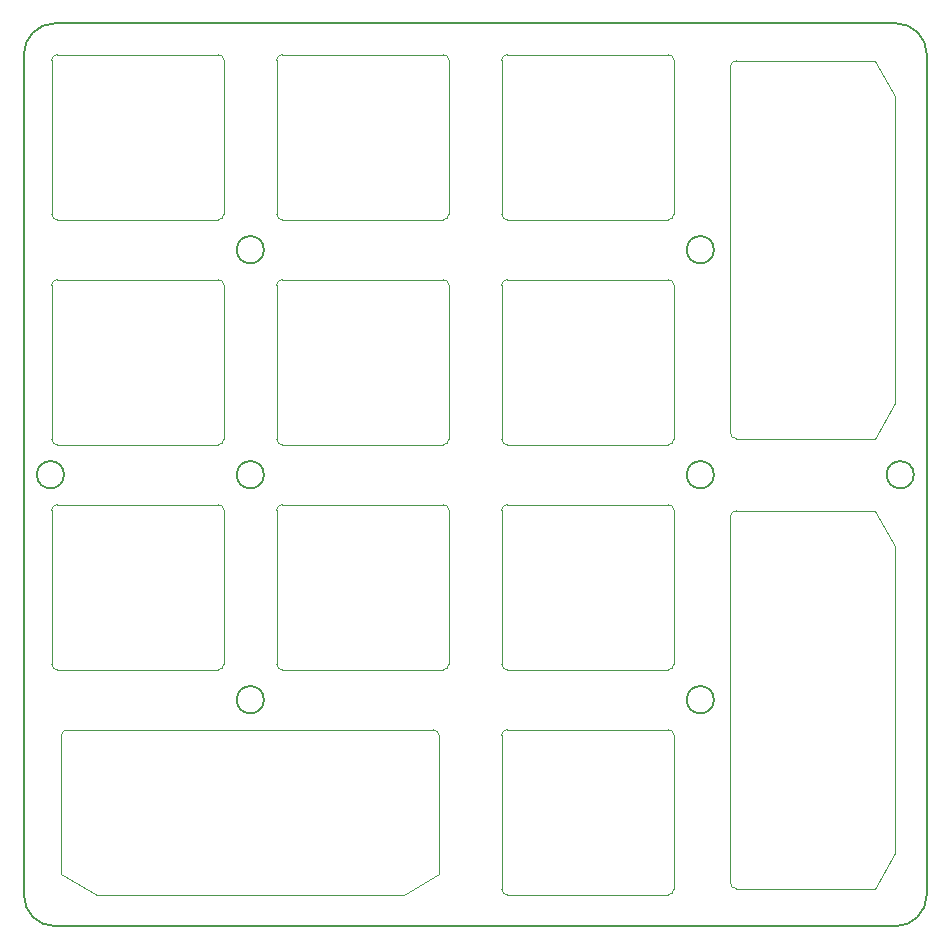
<source format=gbr>
%TF.GenerationSoftware,KiCad,Pcbnew,8.0.8*%
%TF.CreationDate,2025-03-01T19:07:55+01:00*%
%TF.ProjectId,plate,706c6174-652e-46b6-9963-61645f706362,rev?*%
%TF.SameCoordinates,Original*%
%TF.FileFunction,Profile,NP*%
%FSLAX46Y46*%
G04 Gerber Fmt 4.6, Leading zero omitted, Abs format (unit mm)*
G04 Created by KiCad (PCBNEW 8.0.8) date 2025-03-01 19:07:55*
%MOMM*%
%LPD*%
G01*
G04 APERTURE LIST*
%TA.AperFunction,Profile*%
%ADD10C,0.200000*%
%TD*%
%TA.AperFunction,Profile*%
%ADD11C,0.120000*%
%TD*%
G04 APERTURE END LIST*
D10*
X123387500Y-77787500D02*
G75*
G02*
X121087500Y-77787500I-1150000J0D01*
G01*
X121087500Y-77787500D02*
G75*
G02*
X123387500Y-77787500I1150000J0D01*
G01*
X106462500Y-96837500D02*
G75*
G02*
X104162500Y-96837500I-1150000J0D01*
G01*
X104162500Y-96837500D02*
G75*
G02*
X106462500Y-96837500I1150000J0D01*
G01*
X123387500Y-115887500D02*
G75*
G02*
X121087500Y-115887500I-1150000J0D01*
G01*
X121087500Y-115887500D02*
G75*
G02*
X123387500Y-115887500I1150000J0D01*
G01*
X103062500Y-61262500D02*
X103062500Y-132412500D01*
X176862500Y-58612500D02*
X105712500Y-58612500D01*
X176862500Y-58612500D02*
G75*
G02*
X179512500Y-61262500I0J-2650000D01*
G01*
X103062500Y-61262500D02*
G75*
G02*
X105712500Y-58612500I2650000J0D01*
G01*
X179512500Y-132412500D02*
X179512500Y-61262500D01*
X105712500Y-135062500D02*
X176862500Y-135062500D01*
X178412500Y-96837500D02*
G75*
G02*
X176112500Y-96837500I-1150000J0D01*
G01*
X176112500Y-96837500D02*
G75*
G02*
X178412500Y-96837500I1150000J0D01*
G01*
X123387500Y-96837500D02*
G75*
G02*
X121087500Y-96837500I-1150000J0D01*
G01*
X121087500Y-96837500D02*
G75*
G02*
X123387500Y-96837500I1150000J0D01*
G01*
X179512500Y-132412500D02*
G75*
G02*
X176862500Y-135062500I-2650000J0D01*
G01*
X161487500Y-115887500D02*
G75*
G02*
X159187500Y-115887500I-1150000J0D01*
G01*
X159187500Y-115887500D02*
G75*
G02*
X161487500Y-115887500I1150000J0D01*
G01*
X105712500Y-135062500D02*
G75*
G02*
X103062500Y-132412500I0J2650000D01*
G01*
X161487500Y-96837500D02*
G75*
G02*
X159187500Y-96837500I-1150000J0D01*
G01*
X159187500Y-96837500D02*
G75*
G02*
X161487500Y-96837500I1150000J0D01*
G01*
X161487500Y-77787500D02*
G75*
G02*
X159187500Y-77787500I-1150000J0D01*
G01*
X159187500Y-77787500D02*
G75*
G02*
X161487500Y-77787500I1150000J0D01*
G01*
D11*
%TO.C,REF\u002A\u002A*%
X124462500Y-80812500D02*
X124462500Y-93812500D01*
X124962500Y-94312500D02*
X138562500Y-94312500D01*
X138562500Y-80312500D02*
X124962500Y-80312500D01*
X139062500Y-93812500D02*
X139062500Y-80812500D01*
X124462500Y-80812500D02*
G75*
G02*
X124962500Y-80312500I500001J-1D01*
G01*
X124962500Y-94312500D02*
G75*
G02*
X124462500Y-93812500I1J500001D01*
G01*
X138562500Y-80312500D02*
G75*
G02*
X139062500Y-80812500I0J-500000D01*
G01*
X139062500Y-93812500D02*
G75*
G02*
X138562500Y-94312500I-500000J0D01*
G01*
X143512500Y-80812500D02*
X143512500Y-93812500D01*
X144012500Y-94312500D02*
X157612500Y-94312500D01*
X157612500Y-80312500D02*
X144012500Y-80312500D01*
X158112500Y-93812500D02*
X158112500Y-80812500D01*
X143512500Y-80812500D02*
G75*
G02*
X144012500Y-80312500I500001J-1D01*
G01*
X144012500Y-94312500D02*
G75*
G02*
X143512500Y-93812500I1J500001D01*
G01*
X157612500Y-80312500D02*
G75*
G02*
X158112500Y-80812500I0J-500000D01*
G01*
X158112500Y-93812500D02*
G75*
G02*
X157612500Y-94312500I-500000J0D01*
G01*
X124462500Y-99862500D02*
X124462500Y-112862500D01*
X124962500Y-113362500D02*
X138562500Y-113362500D01*
X138562500Y-99362500D02*
X124962500Y-99362500D01*
X139062500Y-112862500D02*
X139062500Y-99862500D01*
X124462500Y-99862500D02*
G75*
G02*
X124962500Y-99362500I500001J-1D01*
G01*
X124962500Y-113362500D02*
G75*
G02*
X124462500Y-112862500I1J500001D01*
G01*
X138562500Y-99362500D02*
G75*
G02*
X139062500Y-99862500I0J-500000D01*
G01*
X139062500Y-112862500D02*
G75*
G02*
X138562500Y-113362500I-500000J0D01*
G01*
X105412500Y-80812500D02*
X105412500Y-93812500D01*
X105912500Y-94312500D02*
X119512500Y-94312500D01*
X119512500Y-80312500D02*
X105912500Y-80312500D01*
X120012500Y-93812500D02*
X120012500Y-80812500D01*
X105412500Y-80812500D02*
G75*
G02*
X105912500Y-80312500I500001J-1D01*
G01*
X105912500Y-94312500D02*
G75*
G02*
X105412500Y-93812500I1J500001D01*
G01*
X119512500Y-80312500D02*
G75*
G02*
X120012500Y-80812500I0J-500000D01*
G01*
X120012500Y-93812500D02*
G75*
G02*
X119512500Y-94312500I-500000J0D01*
G01*
X105412500Y-99862500D02*
X105412500Y-112862500D01*
X105912500Y-113362500D02*
X119512500Y-113362500D01*
X119512500Y-99362500D02*
X105912500Y-99362500D01*
X120012500Y-112862500D02*
X120012500Y-99862500D01*
X105412500Y-99862500D02*
G75*
G02*
X105912500Y-99362500I500001J-1D01*
G01*
X105912500Y-113362500D02*
G75*
G02*
X105412500Y-112862500I1J500001D01*
G01*
X119512500Y-99362500D02*
G75*
G02*
X120012500Y-99862500I0J-500000D01*
G01*
X120012500Y-112862500D02*
G75*
G02*
X119512500Y-113362500I-500000J0D01*
G01*
X162887500Y-93287500D02*
X162887500Y-62287500D01*
X163387500Y-61787500D02*
X175105500Y-61787500D01*
X163387500Y-93787500D02*
X175105500Y-93787500D01*
X175105500Y-61787500D02*
X176837500Y-64787500D01*
X175105500Y-93787500D02*
X176837500Y-90787500D01*
X176837500Y-64787500D02*
X176837500Y-90787500D01*
X162887500Y-62287500D02*
G75*
G02*
X163387500Y-61787500I500000J0D01*
G01*
X163387500Y-93787500D02*
G75*
G02*
X162887500Y-93287500I1J500001D01*
G01*
X143512500Y-61762500D02*
X143512500Y-74762500D01*
X144012500Y-75262500D02*
X157612500Y-75262500D01*
X157612500Y-61262500D02*
X144012500Y-61262500D01*
X158112500Y-74762500D02*
X158112500Y-61762500D01*
X143512500Y-61762500D02*
G75*
G02*
X144012500Y-61262500I500001J-1D01*
G01*
X144012500Y-75262500D02*
G75*
G02*
X143512500Y-74762500I1J500001D01*
G01*
X157612500Y-61262500D02*
G75*
G02*
X158112500Y-61762500I0J-500000D01*
G01*
X158112500Y-74762500D02*
G75*
G02*
X157612500Y-75262500I-500000J0D01*
G01*
X143512500Y-99862500D02*
X143512500Y-112862500D01*
X144012500Y-113362500D02*
X157612500Y-113362500D01*
X157612500Y-99362500D02*
X144012500Y-99362500D01*
X158112500Y-112862500D02*
X158112500Y-99862500D01*
X143512500Y-99862500D02*
G75*
G02*
X144012500Y-99362500I500001J-1D01*
G01*
X144012500Y-113362500D02*
G75*
G02*
X143512500Y-112862500I1J500001D01*
G01*
X157612500Y-99362500D02*
G75*
G02*
X158112500Y-99862500I0J-500000D01*
G01*
X158112500Y-112862500D02*
G75*
G02*
X157612500Y-113362500I-500000J0D01*
G01*
X143512500Y-118912500D02*
X143512500Y-131912500D01*
X144012500Y-132412500D02*
X157612500Y-132412500D01*
X157612500Y-118412500D02*
X144012500Y-118412500D01*
X158112500Y-131912500D02*
X158112500Y-118912500D01*
X143512500Y-118912500D02*
G75*
G02*
X144012500Y-118412500I500001J-1D01*
G01*
X144012500Y-132412500D02*
G75*
G02*
X143512500Y-131912500I1J500001D01*
G01*
X157612500Y-118412500D02*
G75*
G02*
X158112500Y-118912500I0J-500000D01*
G01*
X158112500Y-131912500D02*
G75*
G02*
X157612500Y-132412500I-500000J0D01*
G01*
X162887500Y-131387500D02*
X162887500Y-100387500D01*
X163387500Y-99887500D02*
X175105500Y-99887500D01*
X163387500Y-131887500D02*
X175105500Y-131887500D01*
X175105500Y-99887500D02*
X176837500Y-102887500D01*
X175105500Y-131887500D02*
X176837500Y-128887500D01*
X176837500Y-102887500D02*
X176837500Y-128887500D01*
X162887500Y-100387500D02*
G75*
G02*
X163387500Y-99887500I500000J0D01*
G01*
X163387500Y-131887500D02*
G75*
G02*
X162887500Y-131387500I1J500001D01*
G01*
X106237500Y-118937500D02*
X106237500Y-130655500D01*
X106237500Y-130655500D02*
X109237500Y-132387500D01*
X106737500Y-118437500D02*
X137737500Y-118437500D01*
X135237500Y-132387500D02*
X109237500Y-132387500D01*
X138237500Y-118937500D02*
X138237500Y-130655500D01*
X138237500Y-130655500D02*
X135237500Y-132387500D01*
X106237500Y-118937500D02*
G75*
G02*
X106737500Y-118437500I500001J-1D01*
G01*
X137737500Y-118437500D02*
G75*
G02*
X138237500Y-118937500I0J-500000D01*
G01*
X105412500Y-61762500D02*
X105412500Y-74762500D01*
X105912500Y-75262500D02*
X119512500Y-75262500D01*
X119512500Y-61262500D02*
X105912500Y-61262500D01*
X120012500Y-74762500D02*
X120012500Y-61762500D01*
X105412500Y-61762500D02*
G75*
G02*
X105912500Y-61262500I500001J-1D01*
G01*
X105912500Y-75262500D02*
G75*
G02*
X105412500Y-74762500I1J500001D01*
G01*
X119512500Y-61262500D02*
G75*
G02*
X120012500Y-61762500I0J-500000D01*
G01*
X120012500Y-74762500D02*
G75*
G02*
X119512500Y-75262500I-500000J0D01*
G01*
X124462500Y-61762500D02*
X124462500Y-74762500D01*
X124962500Y-75262500D02*
X138562500Y-75262500D01*
X138562500Y-61262500D02*
X124962500Y-61262500D01*
X139062500Y-74762500D02*
X139062500Y-61762500D01*
X124462500Y-61762500D02*
G75*
G02*
X124962500Y-61262500I500001J-1D01*
G01*
X124962500Y-75262500D02*
G75*
G02*
X124462500Y-74762500I1J500001D01*
G01*
X138562500Y-61262500D02*
G75*
G02*
X139062500Y-61762500I0J-500000D01*
G01*
X139062500Y-74762500D02*
G75*
G02*
X138562500Y-75262500I-500000J0D01*
G01*
%TD*%
M02*

</source>
